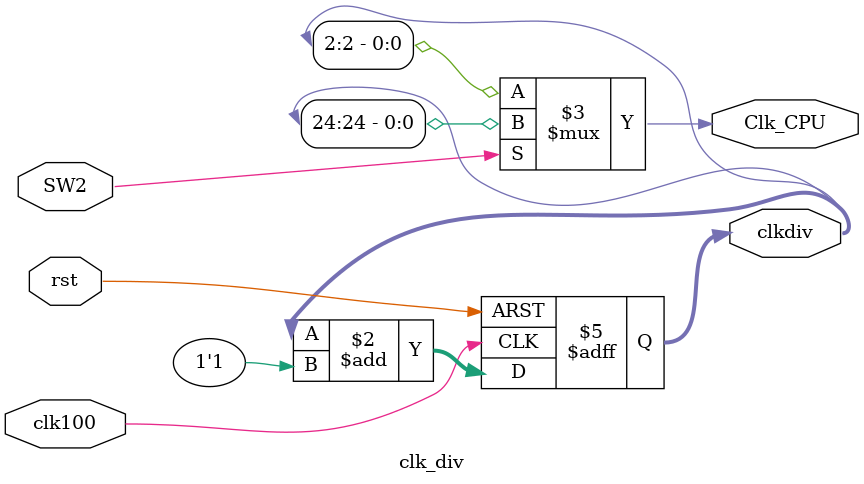
<source format=v>
`timescale 1ns / 1ps
module clk_div(
    input clk100,
    input rst,
    input SW2,
    output reg [31:0] clkdiv,
    output Clk_CPU
    );
	 initial clkdiv <= 0;
	 always @(posedge clk100 or posedge rst) begin
		if (rst) clkdiv <= 0;
		else clkdiv <= clkdiv + 1'b1;
	 end
	 
	 assign Clk_CPU = (SW2 ? clkdiv[24] : clkdiv[2]);

endmodule

</source>
